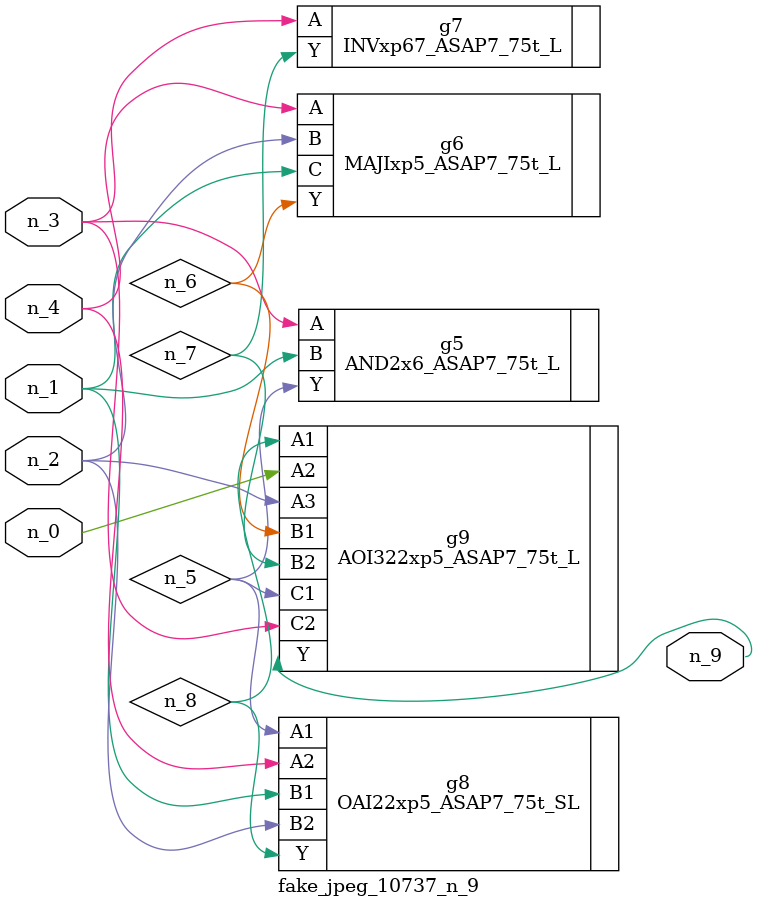
<source format=v>
module fake_jpeg_10737_n_9 (n_3, n_2, n_1, n_0, n_4, n_9);

input n_3;
input n_2;
input n_1;
input n_0;
input n_4;

output n_9;

wire n_8;
wire n_6;
wire n_5;
wire n_7;

AND2x6_ASAP7_75t_L g5 ( 
.A(n_3),
.B(n_1),
.Y(n_5)
);

MAJIxp5_ASAP7_75t_L g6 ( 
.A(n_4),
.B(n_2),
.C(n_1),
.Y(n_6)
);

INVxp67_ASAP7_75t_L g7 ( 
.A(n_3),
.Y(n_7)
);

OAI22xp5_ASAP7_75t_SL g8 ( 
.A1(n_5),
.A2(n_4),
.B1(n_1),
.B2(n_2),
.Y(n_8)
);

AOI322xp5_ASAP7_75t_L g9 ( 
.A1(n_8),
.A2(n_0),
.A3(n_2),
.B1(n_6),
.B2(n_7),
.C1(n_5),
.C2(n_3),
.Y(n_9)
);


endmodule
</source>
